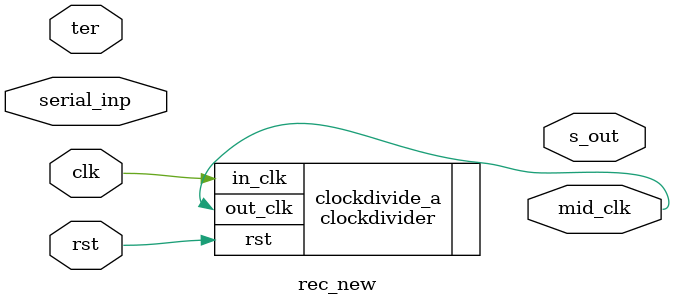
<source format=v>
`timescale 1ns / 1ps
module rec_new(mid_clk, s_out, ter, clk, rst, serial_inp);


input serial_inp;
input ter;
input rst;
input clk;

wire [1:0]mod_pin;

reg state;
reg next_state;

output mid_clk;
output reg [7:0]s_out;


parameter   A=8'h08,
				B=8'h00, 
				C=8'h31,
				D=8'h01,
				E=8'h30,
				F=8'h38,
				G=8'h21,
				H=8'h48,
				I=8'h79,
				J=8'h43,
				K=8'h48,
				L=8'h71,
				M=8'h00,
				N=8'h00,
				O=8'h01,
				P=8'h18,
				Q=8'h00,
				R=8'h08,
				S=8'h24,
				T=8'h70,
				U=8'h41,
				V=8'h00,
				W=8'h00,
				X=8'h00,
				Y=8'h44,
				Z=8'h00,
				ONE=8'h4f,
				TWO=8'h12,
				THREE=8'h06,
				FOUR=8'h4c,
				FIVE=8'h24,
				SIX=8'h20,
				SEVEN=8'h0f,
				EIGHT=8'h00,
				NINE=8'h08,
				ZERO=8'h01,
				reset_state = 8'hff;
				

clockdivider clockdivide_a(
.in_clk(clk),
.rst(rst),
.out_clk(mid_clk)
);





endmodule

</source>
